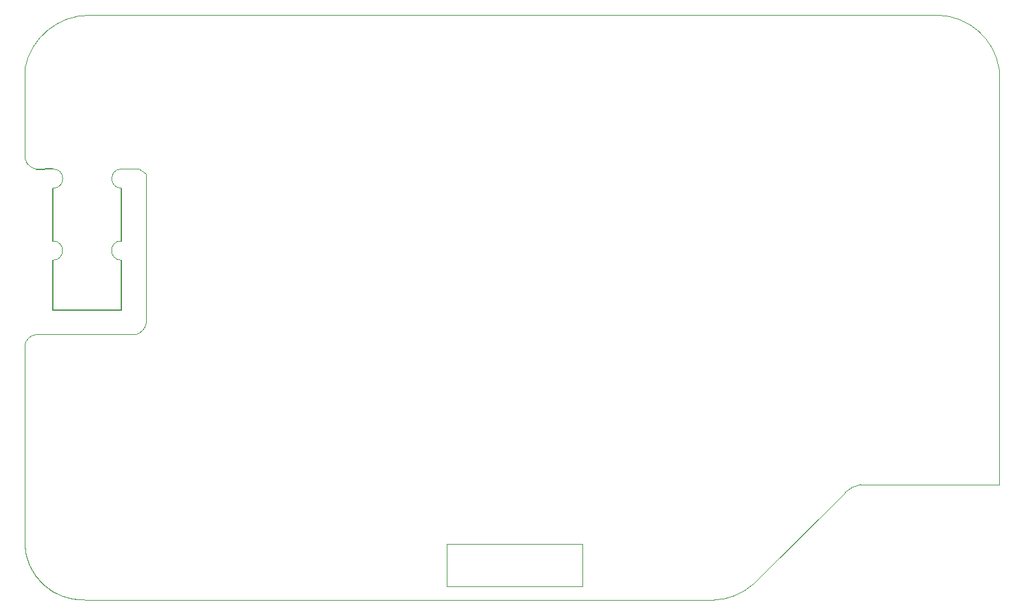
<source format=gbr>
%TF.GenerationSoftware,KiCad,Pcbnew,(6.0.9)*%
%TF.CreationDate,2022-11-23T17:03:01+02:00*%
%TF.ProjectId,Bird_detector_V1,42697264-5f64-4657-9465-63746f725f56,rev?*%
%TF.SameCoordinates,Original*%
%TF.FileFunction,Other,User*%
%FSLAX46Y46*%
G04 Gerber Fmt 4.6, Leading zero omitted, Abs format (unit mm)*
G04 Created by KiCad (PCBNEW (6.0.9)) date 2022-11-23 17:03:01*
%MOMM*%
%LPD*%
G01*
G04 APERTURE LIST*
%TA.AperFunction,Profile*%
%ADD10C,0.100000*%
%TD*%
%ADD11C,0.100000*%
%ADD12C,0.150000*%
%TA.AperFunction,Profile*%
%ADD13C,0.120000*%
%TD*%
%ADD14C,0.120000*%
G04 APERTURE END LIST*
D10*
X186000000Y-136000000D02*
X198000000Y-124000000D01*
X91500000Y-69000000D02*
X91500000Y-80000000D01*
X95151800Y-91338400D02*
X95177200Y-84491200D01*
X146253200Y-130683000D02*
X163855400Y-130683000D01*
X163855400Y-130683000D02*
X163855400Y-136220200D01*
X163855400Y-136220200D02*
X146253200Y-136220200D01*
X146253200Y-136220200D02*
X146253200Y-130683000D01*
X107289600Y-82600800D02*
X107289600Y-102000000D01*
X104021800Y-91333000D02*
X104047200Y-84485800D01*
X91500000Y-80000000D02*
G75*
G03*
X93000000Y-82000000I1750000J-250000D01*
G01*
X100000000Y-61999995D02*
G75*
G03*
X91500000Y-69000000I-78860J-8564955D01*
G01*
X95168400Y-100333800D02*
X104038400Y-100333800D01*
X91500000Y-130750000D02*
G75*
G03*
X99250000Y-138000000I7563800J318200D01*
G01*
X95151800Y-93838400D02*
X95168400Y-100333800D01*
X200000005Y-123000022D02*
G75*
G03*
X198000000Y-124000000I865995J-4232078D01*
G01*
X218000000Y-123000000D02*
X218000000Y-69000000D01*
X93000000Y-103500000D02*
X106000000Y-103500000D01*
X106324400Y-81985800D02*
X107289600Y-82600800D01*
X181000000Y-138000013D02*
G75*
G03*
X186000000Y-136000000I-247500J7868713D01*
G01*
X104047200Y-81985800D02*
X106324400Y-81985800D01*
X99250000Y-138000000D02*
X181000000Y-138000000D01*
X104021800Y-93833000D02*
X104038400Y-100333800D01*
X91500000Y-130750000D02*
X91500000Y-105000000D01*
X105999998Y-103499995D02*
G75*
G03*
X107289600Y-102000000I-654198J1866795D01*
G01*
X93000000Y-82000000D02*
X95177200Y-81991200D01*
X218000000Y-123000000D02*
X200000000Y-123000000D01*
X218000023Y-68999996D02*
G75*
G03*
X210000000Y-62000000I-8171123J-1267004D01*
G01*
X210000000Y-62000000D02*
X100000000Y-62000000D01*
X93000000Y-103500000D02*
G75*
G03*
X91500000Y-105000000I143800J-1643800D01*
G01*
D11*
X186000000Y-136000000D02*
X198000000Y-124000000D01*
X218000000Y-123000000D02*
X200000000Y-123000000D01*
X105999998Y-103499995D02*
G75*
G03*
X107289600Y-102000000I-654198J1866795D01*
G01*
X99250000Y-138000000D02*
X181000000Y-138000000D01*
X180999999Y-137999975D02*
G75*
G03*
X186000000Y-136000000I-247399J7868575D01*
G01*
X93000000Y-103500000D02*
G75*
G03*
X91500000Y-105000000I143800J-1643800D01*
G01*
D12*
X95173800Y-100330000D02*
X95151800Y-93838400D01*
X104038400Y-100330000D02*
X95173800Y-100330000D01*
D11*
X100000000Y-61999995D02*
G75*
G03*
X91500000Y-69000000I-78860J-8564955D01*
G01*
X218000000Y-123000000D02*
X218000000Y-69000000D01*
X91500000Y-130750000D02*
G75*
G03*
X99250000Y-138000000I7500000J250000D01*
G01*
X107289600Y-82600800D02*
X107289600Y-102000000D01*
X104047200Y-81985800D02*
X106324400Y-81985800D01*
X91500000Y-69000000D02*
X91500000Y-80000000D01*
D12*
X104021800Y-93833000D02*
X104038400Y-100330000D01*
D11*
X210000000Y-62000000D02*
X100000000Y-62000000D01*
D12*
X95151800Y-91338400D02*
X95177200Y-84491200D01*
D11*
X91500000Y-130750000D02*
X91500000Y-105000000D01*
D12*
X104047200Y-84485800D02*
X104021800Y-91333000D01*
D11*
X106324400Y-81985800D02*
X107289600Y-82600800D01*
D12*
X93000000Y-82000000D02*
X95177200Y-81991200D01*
D11*
X218000023Y-68999996D02*
G75*
G03*
X210000000Y-62000000I-8171123J-1267004D01*
G01*
X200000000Y-123000000D02*
G75*
G03*
X198000000Y-124000000I866200J-4232400D01*
G01*
X93000000Y-103500000D02*
X106000000Y-103500000D01*
X91500000Y-80000000D02*
G75*
G03*
X93000000Y-82000000I1750000J-250000D01*
G01*
D13*
%TO.C,FID11*%
X95151800Y-93838400D02*
G75*
G03*
X95151800Y-91338400I0J1250000D01*
G01*
X104021800Y-91333000D02*
G75*
G03*
X104021800Y-93833000I0J-1250000D01*
G01*
D14*
X95151800Y-93838400D02*
G75*
G03*
X95151800Y-91338400I0J1250000D01*
G01*
X104021800Y-91333000D02*
G75*
G03*
X104021800Y-93833000I0J-1250000D01*
G01*
D13*
%TO.C,FID12*%
X104047200Y-81985800D02*
G75*
G03*
X104047200Y-84485800I0J-1250000D01*
G01*
X95177200Y-84491200D02*
G75*
G03*
X95177200Y-81991200I0J1250000D01*
G01*
D14*
X95177200Y-84491200D02*
G75*
G03*
X95177200Y-81991200I0J1250000D01*
G01*
X104047200Y-81985800D02*
G75*
G03*
X104047200Y-84485800I0J-1250000D01*
G01*
%TD*%
M02*

</source>
